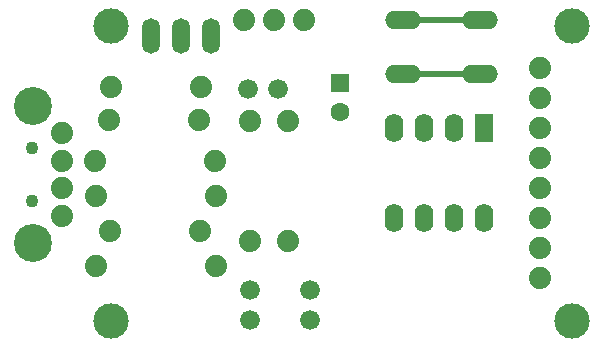
<source format=gtl>
G04 #@! TF.GenerationSoftware,KiCad,Pcbnew,(5.0.0)*
G04 #@! TF.CreationDate,2018-10-03T22:20:58-03:00*
G04 #@! TF.ProjectId,Franzininho-DIY-LUCHTEC,4672616E7A696E696E686F2D4449592D,rev?*
G04 #@! TF.SameCoordinates,Original*
G04 #@! TF.FileFunction,Copper,L1,Top,Signal*
G04 #@! TF.FilePolarity,Positive*
%FSLAX46Y46*%
G04 Gerber Fmt 4.6, Leading zero omitted, Abs format (unit mm)*
G04 Created by KiCad (PCBNEW (5.0.0)) date 10/03/18 22:20:58*
%MOMM*%
%LPD*%
G01*
G04 APERTURE LIST*
G04 #@! TA.AperFunction,ComponentPad*
%ADD10C,1.676400*%
G04 #@! TD*
G04 #@! TA.AperFunction,ComponentPad*
%ADD11C,3.000000*%
G04 #@! TD*
G04 #@! TA.AperFunction,ComponentPad*
%ADD12C,1.100000*%
G04 #@! TD*
G04 #@! TA.AperFunction,ComponentPad*
%ADD13C,3.216000*%
G04 #@! TD*
G04 #@! TA.AperFunction,ComponentPad*
%ADD14C,1.879600*%
G04 #@! TD*
G04 #@! TA.AperFunction,ComponentPad*
%ADD15O,3.048000X1.524000*%
G04 #@! TD*
G04 #@! TA.AperFunction,ComponentPad*
%ADD16O,1.520000X3.000000*%
G04 #@! TD*
G04 #@! TA.AperFunction,ComponentPad*
%ADD17O,1.600000X2.400000*%
G04 #@! TD*
G04 #@! TA.AperFunction,ComponentPad*
%ADD18R,1.600000X2.400000*%
G04 #@! TD*
G04 #@! TA.AperFunction,ComponentPad*
%ADD19C,1.600000*%
G04 #@! TD*
G04 #@! TA.AperFunction,ComponentPad*
%ADD20R,1.600000X1.600000*%
G04 #@! TD*
G04 #@! TA.AperFunction,Conductor*
%ADD21C,0.508000*%
G04 #@! TD*
G04 APERTURE END LIST*
D10*
G04 #@! TO.P,ON,K*
G04 #@! TO.N,Net-(ON1-PadK)*
X144272000Y-114808000D03*
G04 #@! TO.P,ON,A*
G04 #@! TO.N,5V*
X144272000Y-117348000D03*
G04 #@! TD*
D11*
G04 #@! TO.P,@HOLE0,*
G04 #@! TO.N,*
X132562350Y-92436100D03*
G04 #@! TD*
G04 #@! TO.P,@HOLE1,*
G04 #@! TO.N,*
X171562350Y-92436100D03*
G04 #@! TD*
G04 #@! TO.P,@HOLE2,*
G04 #@! TO.N,*
X171562350Y-117436100D03*
G04 #@! TD*
G04 #@! TO.P,@HOLE3,*
G04 #@! TO.N,*
X132562350Y-117436100D03*
G04 #@! TD*
D12*
G04 #@! TO.P,X1,*
G04 #@! TO.N,*
X125852350Y-107268600D03*
X125852350Y-102768600D03*
D13*
G04 #@! TO.P,X1,GND3*
G04 #@! TO.N,N/C*
X125952350Y-99218600D03*
G04 #@! TO.P,X1,GND2*
X125952350Y-110818600D03*
D14*
G04 #@! TO.P,X1,VBUS*
G04 #@! TO.N,Net-(D3-PadA)*
X128352350Y-108518600D03*
G04 #@! TO.P,X1,D-*
G04 #@! TO.N,Net-(D1-PadC)*
X128352350Y-106145600D03*
G04 #@! TO.P,X1,D+*
G04 #@! TO.N,Net-(D2-PadC)*
X128352350Y-103891600D03*
G04 #@! TO.P,X1,GND*
G04 #@! TO.N,GND*
X128352350Y-101518600D03*
G04 #@! TD*
G04 #@! TO.P,D2,C*
G04 #@! TO.N,Net-(D2-PadC)*
X132435850Y-109814100D03*
G04 #@! TO.P,D2,A*
G04 #@! TO.N,GND*
X140055850Y-109814100D03*
G04 #@! TD*
G04 #@! TO.P,D1,C*
G04 #@! TO.N,Net-(D1-PadC)*
X132336850Y-100452100D03*
G04 #@! TO.P,D1,A*
G04 #@! TO.N,GND*
X139956850Y-100452100D03*
G04 #@! TD*
D10*
G04 #@! TO.P,C1,2*
G04 #@! TO.N,GND*
X146685000Y-97790000D03*
G04 #@! TO.P,C1,1*
G04 #@! TO.N,5V*
X144145000Y-97790000D03*
G04 #@! TD*
D14*
G04 #@! TO.P,R1,P$2*
G04 #@! TO.N,Net-(IC1-Pad2)*
X141342350Y-103928100D03*
G04 #@! TO.P,R1,P$1*
G04 #@! TO.N,Net-(D1-PadC)*
X131182350Y-103928100D03*
G04 #@! TD*
G04 #@! TO.P,R2,P$2*
G04 #@! TO.N,Net-(IC1-Pad3)*
X141404850Y-106893100D03*
G04 #@! TO.P,R2,P$1*
G04 #@! TO.N,Net-(D2-PadC)*
X131244850Y-106893100D03*
G04 #@! TD*
G04 #@! TO.P,R3,P$2*
G04 #@! TO.N,Net-(D1-PadC)*
X131244850Y-112776000D03*
G04 #@! TO.P,R3,P$1*
G04 #@! TO.N,5V*
X141404850Y-112776000D03*
G04 #@! TD*
D10*
G04 #@! TO.P,LED,K*
G04 #@! TO.N,Net-(LED1-PadK)*
X149352000Y-114808000D03*
G04 #@! TO.P,LED,A*
G04 #@! TO.N,Net-(IC1-Pad6)*
X149352000Y-117348000D03*
G04 #@! TD*
D14*
G04 #@! TO.P,R5,P$2*
G04 #@! TO.N,Net-(LED1-PadK)*
X147485850Y-110703100D03*
G04 #@! TO.P,R5,P$1*
G04 #@! TO.N,GND*
X147485850Y-100543100D03*
G04 #@! TD*
G04 #@! TO.P,D3,C*
G04 #@! TO.N,5V*
X140126450Y-97610500D03*
G04 #@! TO.P,D3,A*
G04 #@! TO.N,Net-(D3-PadA)*
X132506450Y-97610500D03*
G04 #@! TD*
G04 #@! TO.P,R4,P$2*
G04 #@! TO.N,Net-(ON1-PadK)*
X144320850Y-110703100D03*
G04 #@! TO.P,R4,P$1*
G04 #@! TO.N,GND*
X144320850Y-100543100D03*
G04 #@! TD*
G04 #@! TO.P,JP3,8*
G04 #@! TO.N,GND*
X168879850Y-95981100D03*
G04 #@! TO.P,JP3,7*
G04 #@! TO.N,5V*
X168879850Y-98521100D03*
G04 #@! TO.P,JP3,6*
G04 #@! TO.N,Net-(IC1-Pad3)*
X168879850Y-101061100D03*
G04 #@! TO.P,JP3,5*
G04 #@! TO.N,Net-(IC1-Pad1)*
X168879850Y-103601100D03*
G04 #@! TO.P,JP3,4*
G04 #@! TO.N,Net-(IC1-Pad2)*
X168879850Y-106141100D03*
G04 #@! TO.P,JP3,3*
G04 #@! TO.N,Net-(IC1-Pad7)*
X168879850Y-108681100D03*
G04 #@! TO.P,JP3,2*
G04 #@! TO.N,Net-(IC1-Pad6)*
X168879850Y-111221100D03*
G04 #@! TO.P,JP3,1*
G04 #@! TO.N,Net-(IC1-Pad5)*
X168879850Y-113761100D03*
G04 #@! TD*
G04 #@! TO.P,J1,3*
G04 #@! TO.N,Net-(J1-Pad3)*
X143812350Y-91976100D03*
G04 #@! TO.P,J1,2*
G04 #@! TO.N,GND*
X146352350Y-91976100D03*
G04 #@! TO.P,J1,1*
G04 #@! TO.N,5V*
X148892350Y-91976100D03*
G04 #@! TD*
D15*
G04 #@! TO.P,RESET,1*
G04 #@! TO.N,Net-(IC1-Pad1)*
X163779200Y-96494600D03*
G04 #@! TO.P,RESET,2*
X157276800Y-96494600D03*
G04 #@! TO.P,RESET,3*
G04 #@! TO.N,GND*
X163779200Y-91973400D03*
G04 #@! TO.P,RESET,4*
X157276800Y-91973400D03*
G04 #@! TD*
D16*
G04 #@! TO.P,U1,1*
G04 #@! TO.N,5V*
X135890000Y-93345000D03*
G04 #@! TO.P,U1,3*
G04 #@! TO.N,Net-(J1-Pad3)*
X140970000Y-93345000D03*
G04 #@! TO.P,U1,2*
G04 #@! TO.N,GND*
X138430000Y-93345000D03*
G04 #@! TD*
D17*
G04 #@! TO.P,IC1,8*
G04 #@! TO.N,5V*
X164084000Y-108712000D03*
G04 #@! TO.P,IC1,4*
G04 #@! TO.N,GND*
X156464000Y-101092000D03*
G04 #@! TO.P,IC1,7*
G04 #@! TO.N,Net-(IC1-Pad7)*
X161544000Y-108712000D03*
G04 #@! TO.P,IC1,3*
G04 #@! TO.N,Net-(IC1-Pad3)*
X159004000Y-101092000D03*
G04 #@! TO.P,IC1,6*
G04 #@! TO.N,Net-(IC1-Pad6)*
X159004000Y-108712000D03*
G04 #@! TO.P,IC1,2*
G04 #@! TO.N,Net-(IC1-Pad2)*
X161544000Y-101092000D03*
G04 #@! TO.P,IC1,5*
G04 #@! TO.N,Net-(IC1-Pad5)*
X156464000Y-108712000D03*
D18*
G04 #@! TO.P,IC1,1*
G04 #@! TO.N,Net-(IC1-Pad1)*
X164084000Y-101092000D03*
G04 #@! TD*
D19*
G04 #@! TO.P,C2,2*
G04 #@! TO.N,N/C*
X151892000Y-99782000D03*
D20*
G04 #@! TO.P,C2,1*
X151892000Y-97282000D03*
G04 #@! TD*
D21*
G04 #@! TO.N,GND*
X159308800Y-91973400D02*
X163779200Y-91973400D01*
X157276800Y-91973400D02*
X159308800Y-91973400D01*
G04 #@! TO.N,Net-(IC1-Pad1)*
X157276800Y-96494600D02*
X163779200Y-96494600D01*
G04 #@! TD*
M02*

</source>
